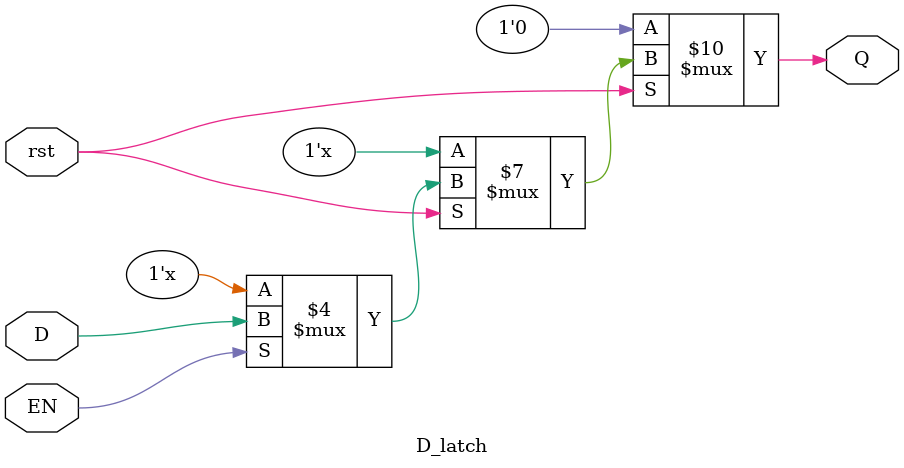
<source format=v>
module D_latch (
    input wire D,        // D input (data input)
    input wire EN,       // Enable input (latch enable)
    input wire rst,    // Reset input (asynchronous reset)
    output reg Q         // Q output (latched output)
);

    // Process for D-latch with reset
    always @ (D or EN or !rst) begin
        if (!rst)        // If reset is active (high)
            Q = 0;        // Reset the latch, set Q to 0
        else if (EN) 
            Q = D;        // If Enable is high, latch the value of D
    end

endmodule

</source>
